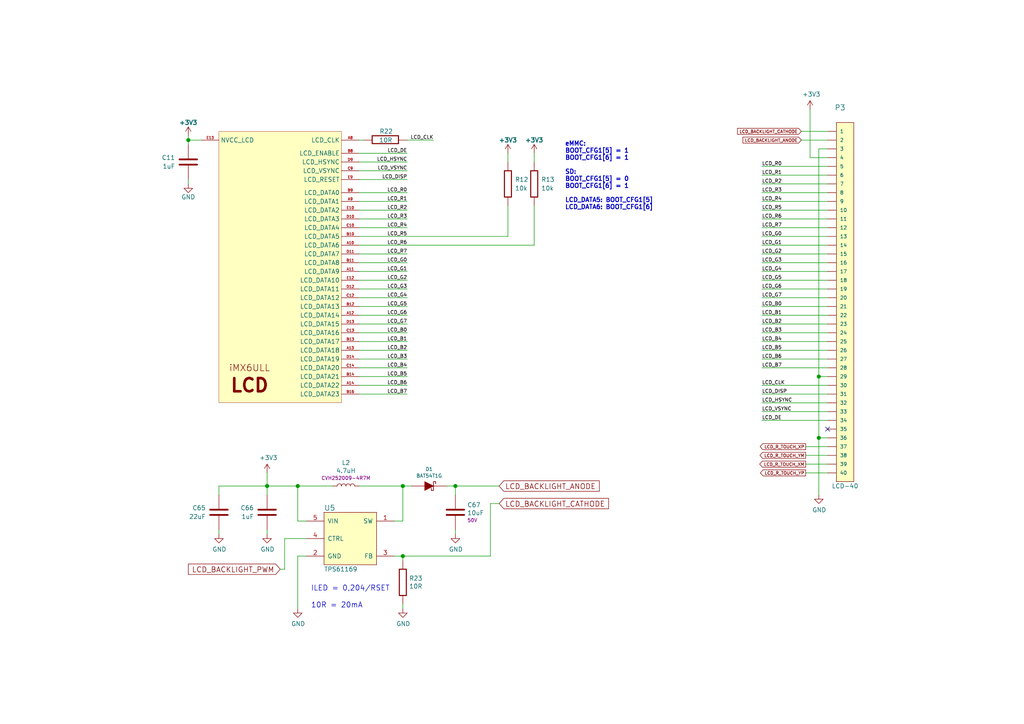
<source format=kicad_sch>
(kicad_sch (version 20210621) (generator eeschema)
  (paper "A4")
  (title_block (title "iMX6ULL Compute Module & Base Board") (date "2021-03-23") (rev "1.0") (company "AHSA Elektronik"))
  (lib_symbols
    (symbol "abdullah:+3.3V" (power) (pin_names (offset 0))
      (property "Value" "+3.3V" (at 0 3.81 0))
      (symbol "+3.3V_1_1"
        (pin power_in line (at 0 0 90) (length 0) hide (name "+3V3") (number "1"))
      )
    )
    (symbol "abdullah:C-vert" (pin_numbers hide) (pin_names (offset 0.254))
      (property "Reference" "C" (at 3.81 1.27 0))
      (property "Value" "C-vert" (at 3.81 -1.27 0))
      (symbol "C-vert_1_1"
        (pin passive line (at 0 5.08 270) (length 4.318) (name "~") (number "1"))
        (pin passive line (at 0 -5.08 90) (length 4.318) (name "~") (number "2"))
      )
    )
    (symbol "abdullah:C-vert_2" (pin_numbers hide) (pin_names (offset 0.254))
      (property "Reference" "C" (at 3.81 1.27 0))
      (property "Value" "C-vert" (at 3.81 -1.27 0))
      (symbol "C-vert_2_1_1"
        (pin passive line (at 0 5.08 270) (length 4.318) (name "~") (number "1"))
        (pin passive line (at 0 -5.08 90) (length 4.318) (name "~") (number "2"))
      )
    )
    (symbol "abdullah:CONNECTOR-40_1" (pin_numbers hide) (pin_names (offset 1.016))
      (property "Reference" "P" (at 0 52.07 0))
      (property "Value" "CONNECTOR-40" (at -2.54 31.75 90))
      (symbol "CONNECTOR-40_1_0_0"
        (pin bidirectional line (at 6.35 25.4 180) (length 2.54) (name "10") (number "10"))
        (pin bidirectional line (at 6.35 12.7 180) (length 2.54) (name "15") (number "15"))
        (pin bidirectional line (at 6.35 0 180) (length 2.54) (name "20") (number "20"))
        (pin bidirectional line (at 6.35 -12.7 180) (length 2.54) (name "25") (number "25"))
        (pin bidirectional line (at 6.35 -25.4 180) (length 2.54) (name "30") (number "30"))
        (pin bidirectional line (at 6.35 -38.1 180) (length 2.54) (name "35") (number "35"))
        (pin bidirectional line (at 6.35 -50.8 180) (length 2.54) (name "40") (number "40"))
        (pin bidirectional line (at 6.35 38.1 180) (length 2.54) (name "5") (number "5"))
      )
      (symbol "CONNECTOR-40_1_1_1"
        (pin bidirectional line (at 6.35 48.26 180) (length 2.54) (name "1") (number "1"))
        (pin bidirectional line (at 6.35 22.86 180) (length 2.54) (name "11") (number "11"))
        (pin bidirectional line (at 6.35 20.32 180) (length 2.54) (name "12") (number "12"))
        (pin bidirectional line (at 6.35 17.78 180) (length 2.54) (name "13") (number "13"))
        (pin bidirectional line (at 6.35 15.24 180) (length 2.54) (name "14") (number "14"))
        (pin bidirectional line (at 6.35 10.16 180) (length 2.54) (name "16") (number "16"))
        (pin bidirectional line (at 6.35 7.62 180) (length 2.54) (name "17") (number "17"))
        (pin bidirectional line (at 6.35 5.08 180) (length 2.54) (name "18") (number "18"))
        (pin bidirectional line (at 6.35 2.54 180) (length 2.54) (name "19") (number "19"))
        (pin bidirectional line (at 6.35 45.72 180) (length 2.54) (name "2") (number "2"))
        (pin bidirectional line (at 6.35 -2.54 180) (length 2.54) (name "21") (number "21"))
        (pin bidirectional line (at 6.35 -5.08 180) (length 2.54) (name "22") (number "22"))
        (pin bidirectional line (at 6.35 -7.62 180) (length 2.54) (name "23") (number "23"))
        (pin bidirectional line (at 6.35 -10.16 180) (length 2.54) (name "24") (number "24"))
        (pin bidirectional line (at 6.35 -15.24 180) (length 2.54) (name "26") (number "26"))
        (pin bidirectional line (at 6.35 -17.78 180) (length 2.54) (name "27") (number "27"))
        (pin bidirectional line (at 6.35 -20.32 180) (length 2.54) (name "28") (number "28"))
        (pin bidirectional line (at 6.35 -22.86 180) (length 2.54) (name "29") (number "29"))
        (pin bidirectional line (at 6.35 43.18 180) (length 2.54) (name "3") (number "3"))
        (pin bidirectional line (at 6.35 -27.94 180) (length 2.54) (name "31") (number "31"))
        (pin bidirectional line (at 6.35 -30.48 180) (length 2.54) (name "32") (number "32"))
        (pin bidirectional line (at 6.35 -33.02 180) (length 2.54) (name "33") (number "33"))
        (pin bidirectional line (at 6.35 -35.56 180) (length 2.54) (name "34") (number "34"))
        (pin bidirectional line (at 6.35 -40.64 180) (length 2.54) (name "36") (number "36"))
        (pin bidirectional line (at 6.35 -43.18 180) (length 2.54) (name "37") (number "37"))
        (pin bidirectional line (at 6.35 -45.72 180) (length 2.54) (name "38") (number "38"))
        (pin bidirectional line (at 6.35 -48.26 180) (length 2.54) (name "39") (number "39"))
        (pin bidirectional line (at 6.35 40.64 180) (length 2.54) (name "4") (number "4"))
        (pin bidirectional line (at 6.35 35.56 180) (length 2.54) (name "6") (number "6"))
        (pin bidirectional line (at 6.35 33.02 180) (length 2.54) (name "7") (number "7"))
        (pin bidirectional line (at 6.35 30.48 180) (length 2.54) (name "8") (number "8"))
        (pin bidirectional line (at 6.35 27.94 180) (length 2.54) (name "9") (number "9"))
      )
    )
    (symbol "abdullah:DIODE-SCHOTTKY" (pin_numbers hide) (pin_names (offset 1.016) hide)
      (property "Reference" "D" (at 2.54 1.27 0))
      (property "Value" "DIODE-SCHOTTKY" (at 2.54 -1.27 0))
      (symbol "DIODE-SCHOTTKY_1_1"
        (pin passive line (at 0 -5.08 90) (length 3.81) (name "A") (number "1"))
        (pin passive line (at 0 5.08 270) (length 3.81) (name "K") (number "2"))
      )
    )
    (symbol "abdullah:GND" (power) (pin_names (offset 0))
      (property "Value" "GND" (at 0 -3.81 0))
      (symbol "GND_1_1"
        (pin power_in line (at 0 0 270) (length 0) hide (name "GND") (number "1"))
      )
    )
    (symbol "abdullah:L" (pin_numbers hide) (pin_names (offset 1.016) hide)
      (property "Reference" "L" (at -1.27 0 90))
      (property "Value" "L" (at 1.905 0 90))
      (symbol "L_1_1"
        (pin passive line (at 0 -3.81 90) (length 1.27) (name "1") (number "1"))
        (pin passive line (at 0 3.81 270) (length 1.27) (name "2") (number "2"))
      )
    )
    (symbol "abdullah:R-hrz" (pin_numbers hide) (pin_names (offset 0))
      (property "Reference" "R" (at 0.254 2.54 0))
      (property "Value" "R-hrz" (at 0.127 -2.54 0))
      (symbol "R-hrz_1_1"
        (pin passive line (at -6.35 0 0) (length 2.54) (name "~") (number "1"))
        (pin passive line (at 6.35 0 180) (length 2.54) (name "~") (number "2"))
      )
    )
    (symbol "abdullah:R-vert" (pin_numbers hide) (pin_names (offset 0))
      (property "Reference" "R" (at 2.032 1.27 0))
      (property "Value" "R-vert" (at 2.032 -1.27 0))
      (symbol "R-vert_1_1"
        (pin passive line (at 0 6.35 270) (length 2.54) (name "~") (number "1"))
        (pin passive line (at 0 -6.35 90) (length 2.54) (name "~") (number "2"))
      )
    )
    (symbol "abdullah:R-vert_6" (pin_numbers hide) (pin_names (offset 0))
      (property "Reference" "R" (at 2.032 1.27 0))
      (property "Value" "R-vert" (at 2.032 -1.27 0))
      (symbol "R-vert_6_1_1"
        (pin passive line (at 0 6.35 270) (length 2.54) (name "~") (number "1"))
        (pin passive line (at 0 -6.35 90) (length 2.54) (name "~") (number "2"))
      )
    )
    (symbol "abdullah:TPS61169" (pin_names (offset 1.016))
      (property "Reference" "U" (at -7.62 8.89 0))
      (property "Value" "TPS61169" (at -7.62 -8.89 0))
      (symbol "TPS61169_1_1"
        (pin input line (at 12.7 5.08 180) (length 5.08) (name "SW") (number "1"))
        (pin input line (at -12.7 -5.08 0) (length 5.08) (name "GND") (number "2"))
        (pin input line (at 12.7 -5.08 180) (length 5.08) (name "FB") (number "3"))
        (pin input line (at -12.7 0 0) (length 5.08) (name "CTRL") (number "4"))
        (pin input line (at -12.7 5.08 0) (length 5.08) (name "VIN") (number "5"))
      )
    )
    (symbol "abdullah:iMX6ULL"
      (symbol "iMX6ULL_1_1"
        (text "iMX6ULL" (at 0 -52.07 0) (effects (font (size 3.81 3.81))))
        (text "POWER" (at 0 -60.96 0) (effects (font (size 5.08 5.08) bold)))
        (pin unspecified line (at -30.48 -12.7 0) (length 5.08) (name "VSS1") (number "A1"))
        (pin unspecified line (at -30.48 -15.24 0) (length 5.08) (name "VSS2") (number "A17"))
        (pin unspecified line (at -30.48 -22.86 0) (length 5.08) (name "VSS5") (number "C11"))
        (pin unspecified line (at -30.48 -25.4 0) (length 5.08) (name "VSS6") (number "C15"))
        (pin unspecified line (at -30.48 -17.78 0) (length 5.08) (name "VSS3") (number "C3"))
        (pin unspecified line (at -30.48 -20.32 0) (length 5.08) (name "VSS4") (number "C7"))
        (pin unspecified line (at -30.48 -30.48 0) (length 5.08) (name "VSS8") (number "E11"))
        (pin unspecified line (at -30.48 -27.94 0) (length 5.08) (name "VSS7") (number "E8"))
        (pin unspecified line (at -30.48 -43.18 0) (length 5.08) (name "VSS13") (number "F10"))
        (pin unspecified line (at -30.48 -45.72 0) (length 5.08) (name "VSS14") (number "F11"))
        (pin unspecified line (at -30.48 -48.26 0) (length 5.08) (name "VSS15") (number "F12"))
        (pin unspecified line (at -30.48 -33.02 0) (length 5.08) (name "VSS9") (number "F6"))
        (pin unspecified line (at -30.48 -35.56 0) (length 5.08) (name "VSS10") (number "F7"))
        (pin unspecified line (at -30.48 -38.1 0) (length 5.08) (name "VSS11") (number "F8"))
        (pin unspecified line (at -30.48 -40.64 0) (length 5.08) (name "VSS12") (number "F9"))
        (pin unspecified line (at 31.75 53.34 180) (length 5.08) (name "VDD_ARM_CAP_2") (number "G10"))
        (pin unspecified line (at 31.75 50.8 180) (length 5.08) (name "VDD_ARM_CAP_3") (number "G11"))
        (pin unspecified line (at -30.48 -58.42 0) (length 5.08) (name "VSS19") (number "G12"))
        (pin unspecified line (at -30.48 -60.96 0) (length 5.08) (name "VSS20") (number "G15"))
        (pin unspecified line (at -30.48 -50.8 0) (length 5.08) (name "VSS16") (number "G3"))
        (pin unspecified line (at -30.48 -53.34 0) (length 5.08) (name "VSS17") (number "G5"))
        (pin unspecified line (at -30.48 -55.88 0) (length 5.08) (name "VSS18") (number "G7"))
        (pin unspecified line (at 31.75 43.18 180) (length 5.08) (name "VDD_SOC_CAP1") (number "G8"))
        (pin unspecified line (at 31.75 55.88 180) (length 5.08) (name "VDD_ARM_CAP_1") (number "G9"))
        (pin unspecified line (at -30.48 40.64 0) (length 5.08) (name "VDD_SOC_IN2") (number "H10"))
        (pin unspecified line (at 31.75 48.26 180) (length 5.08) (name "VDD_ARM_CAP_4") (number "H11"))
        (pin unspecified line (at -30.48 -66.04 0) (length 5.08) (name "VSS22") (number "H12"))
        (pin unspecified line (at -30.48 -63.5 0) (length 5.08) (name "VSS21") (number "H7"))
        (pin unspecified line (at 31.75 40.64 180) (length 5.08) (name "VDD_SOC_CAP2") (number "H8"))
        (pin unspecified line (at -30.48 43.18 0) (length 5.08) (name "VDD_SOC_IN1") (number "H9"))
        (pin unspecified line (at -30.48 35.56 0) (length 5.08) (name "VDD_SOC_IN4") (number "J10"))
        (pin unspecified line (at 31.75 35.56 180) (length 5.08) (name "VDD_SOC_CAP4") (number "J11"))
        (pin unspecified line (at 31.75 -66.04 180) (length 5.08) (name "VSS25") (number "J12"))
        (pin unspecified line (at -30.48 -68.58 0) (length 5.08) (name "VSS23") (number "J5"))
        (pin unspecified line (at 31.75 -68.58 180) (length 5.08) (name "VSS24") (number "J7"))
        (pin unspecified line (at 31.75 38.1 180) (length 5.08) (name "VDD_SOC_CAP3") (number "J8"))
        (pin unspecified line (at -30.48 38.1 0) (length 5.08) (name "VDD_SOC_IN3") (number "J9"))
        (pin unspecified line (at -30.48 30.48 0) (length 5.08) (name "VDD_SOC_IN6") (number "K10"))
        (pin unspecified line (at 31.75 30.48 180) (length 5.08) (name "VDD_SOC_CAP6") (number "K11"))
        (pin unspecified line (at 31.75 -60.96 180) (length 5.08) (name "VSS27") (number "K12"))
        (pin unspecified line (at 31.75 -63.5 180) (length 5.08) (name "VSS26") (number "K7"))
        (pin unspecified line (at 31.75 33.02 180) (length 5.08) (name "VDD_SOC_CAP5") (number "K8"))
        (pin unspecified line (at -30.48 33.02 0) (length 5.08) (name "VDD_SOC_IN5") (number "K9"))
        (pin unspecified line (at 31.75 22.86 180) (length 5.08) (name "VDD_SOC_CAP9") (number "L10"))
        (pin unspecified line (at 31.75 20.32 180) (length 5.08) (name "VDD_SOC_CAP10") (number "L11"))
        (pin unspecified line (at 31.75 -53.34 180) (length 5.08) (name "VSS30") (number "L12"))
        (pin unspecified line (at 31.75 -58.42 180) (length 5.08) (name "VSS28") (number "L3"))
        (pin unspecified line (at 31.75 -55.88 180) (length 5.08) (name "VSS29") (number "L7"))
        (pin unspecified line (at 31.75 27.94 180) (length 5.08) (name "VDD_SOC_CAP7") (number "L8"))
        (pin unspecified line (at 31.75 25.4 180) (length 5.08) (name "VDD_SOC_CAP8") (number "L9"))
        (pin unspecified line (at 31.75 -43.18 180) (length 5.08) (name "VSS34") (number "M10"))
        (pin unspecified line (at 31.75 -40.64 180) (length 5.08) (name "VSS35") (number "M11"))
        (pin unspecified line (at -30.48 -10.16 0) (length 5.08) (name "NGND_KEL0") (number "M12"))
        (pin unspecified line (at 31.75 -50.8 180) (length 5.08) (name "VSS31") (number "M7"))
        (pin unspecified line (at 31.75 -48.26 180) (length 5.08) (name "VSS32") (number "M8"))
        (pin unspecified line (at 31.75 -45.72 180) (length 5.08) (name "VSS33") (number "M9"))
        (pin unspecified line (at 31.75 -1.27 180) (length 5.08) (name "VDD_SNVS_CAP") (number "N12"))
        (pin unspecified line (at -30.48 13.97 0) (length 5.08) (name "VDD_HIGH_IN") (number "N13"))
        (pin unspecified line (at 31.75 -38.1 180) (length 5.08) (name "VSS36") (number "N3"))
        (pin unspecified line (at 31.75 -35.56 180) (length 5.08) (name "VSS37") (number "N5"))
        (pin unspecified line (at -30.48 3.81 0) (length 5.08) (name "VDD_SNVS_IN") (number "P12"))
        (pin unspecified line (at 31.75 3.81 180) (length 5.08) (name "NVCC_PLL") (number "P13"))
        (pin unspecified line (at 31.75 -25.4 180) (length 5.08) (name "VSS41") (number "R11"))
        (pin unspecified line (at 31.75 13.97 180) (length 5.08) (name "VDD_HIGH_CAP1") (number "R14"))
        (pin unspecified line (at 31.75 11.43 180) (length 5.08) (name "VDD_HIGH_CAP2") (number "R15"))
        (pin unspecified line (at 31.75 -22.86 180) (length 5.08) (name "VSS42") (number "R16"))
        (pin unspecified line (at 31.75 -20.32 180) (length 5.08) (name "VSS43") (number "R17"))
        (pin unspecified line (at 31.75 -33.02 180) (length 5.08) (name "VSS38") (number "R3"))
        (pin unspecified line (at 31.75 -30.48 180) (length 5.08) (name "VSS39") (number "R5"))
        (pin unspecified line (at 31.75 -27.94 180) (length 5.08) (name "VSS40") (number "R7"))
        (pin unspecified line (at 31.75 -17.78 180) (length 5.08) (name "VSS44") (number "T14"))
        (pin unspecified line (at 31.75 -15.24 180) (length 5.08) (name "VSS45") (number "U1"))
        (pin unspecified line (at 31.75 -12.7 180) (length 5.08) (name "VSS46") (number "U14"))
        (pin unspecified line (at 31.75 -10.16 180) (length 5.08) (name "VSS47") (number "U17"))
      )
      (symbol "iMX6ULL_2_1"
        (text "DRAM" (at 1.27 33.02 0) (effects (font (size 5.08 5.08) bold)))
        (text "iMX6ULL" (at 1.27 41.91 0) (effects (font (size 3.81 3.81))))
        (pin unspecified line (at 35.56 -17.78 180) (length 5.08) (name "DRAM_ODT1") (number "F1"))
        (pin unspecified line (at -34.29 10.16 0) (length 5.08) (name "DRAM_ADDR14") (number "G1"))
        (pin unspecified line (at -34.29 30.48 0) (length 5.08) (name "DRAM_ADDR6") (number "G2"))
        (pin unspecified line (at -34.29 -39.37 0) (length 5.08) (name "DRAM_RESET") (number "G4"))
        (pin unspecified line (at 35.56 -39.37 180) (length 5.08) (name "NVCC_DRAM1") (number "G6"))
        (pin unspecified line (at -34.29 -5.08 0) (length 5.08) (name "DRAM_SDBA1") (number "H1"))
        (pin unspecified line (at -34.29 43.18 0) (length 5.08) (name "DRAM_ADDR1") (number "H2"))
        (pin unspecified line (at -34.29 12.7 0) (length 5.08) (name "DRAM_ADDR13") (number "H3"))
        (pin unspecified line (at -34.29 27.94 0) (length 5.08) (name "DRAM_ADDR7") (number "H4"))
        (pin unspecified line (at -34.29 -16.51 0) (length 5.08) (name "~{DRAM_CS1}") (number "H5"))
        (pin unspecified line (at 35.56 -41.91 180) (length 5.08) (name "NVCC_DRAM2") (number "H6"))
        (pin unspecified line (at -34.29 -26.67 0) (length 5.08) (name "~{DRAM_SDWE}") (number "J1"))
        (pin unspecified line (at -34.29 -24.13 0) (length 5.08) (name "~{DRAM_CAS}") (number "J2"))
        (pin unspecified line (at 35.56 -27.94 180) (length 5.08) (name "DRAM_SDCKE1") (number "J3"))
        (pin unspecified line (at -34.29 25.4 0) (length 5.08) (name "DRAM_ADDR8") (number "J4"))
        (pin unspecified line (at 35.56 -44.45 180) (length 5.08) (name "NVCC_DRAM3") (number "J6"))
        (pin unspecified line (at -34.29 40.64 0) (length 5.08) (name "DRAM_ADDR2") (number "K1"))
        (pin unspecified line (at -34.29 -7.62 0) (length 5.08) (name "DRAM_SDBA2") (number "K2"))
        (pin unspecified line (at -34.29 17.78 0) (length 5.08) (name "DRAM_ADDR11") (number "K3"))
        (pin unspecified line (at -34.29 35.56 0) (length 5.08) (name "DRAM_ADDR4") (number "K4"))
        (pin unspecified line (at -34.29 7.62 0) (length 5.08) (name "DRAM_ADDR15") (number "K5"))
        (pin unspecified line (at 35.56 -46.99 180) (length 5.08) (name "NVCC_DRAM4") (number "K6"))
        (pin unspecified line (at -34.29 33.02 0) (length 5.08) (name "DRAM_ADDR5") (number "L1"))
        (pin unspecified line (at -34.29 22.86 0) (length 5.08) (name "DRAM_ADDR9") (number "L2"))
        (pin unspecified line (at -34.29 15.24 0) (length 5.08) (name "DRAM_ADDR12") (number "L4"))
        (pin unspecified line (at -34.29 45.72 0) (length 5.08) (name "DRAM_ADDR0") (number "L5"))
        (pin unspecified line (at 35.56 -49.53 180) (length 5.08) (name "NVCC_DRAM5") (number "L6"))
        (pin unspecified line (at -34.29 -2.54 0) (length 5.08) (name "DRAM_SDBA0") (number "M1"))
        (pin unspecified line (at -34.29 38.1 0) (length 5.08) (name "DRAM_ADDR3") (number "M2"))
        (pin unspecified line (at 35.56 -30.48 180) (length 5.08) (name "DRAM_SDCKE0") (number "M3"))
        (pin unspecified line (at -34.29 20.32 0) (length 5.08) (name "DRAM_ADDR10") (number "M4"))
        (pin unspecified line (at -34.29 -21.59 0) (length 5.08) (name "~{DRAM_RAS}") (number "M5"))
        (pin unspecified line (at 35.56 -52.07 180) (length 5.08) (name "NVCC_DRAM6") (number "M6"))
        (pin unspecified line (at 35.56 -20.32 180) (length 5.08) (name "DRAM_ODT0") (number "N1"))
        (pin unspecified line (at -34.29 -13.97 0) (length 5.08) (name "~{DRAM_CS0}") (number "N2"))
        (pin unspecified line (at -34.29 -44.45 0) (length 5.08) (name "DRAM_ZQPAD") (number "N4"))
        (pin unspecified line (at -34.29 -48.26 0) (length 5.08) (name "NVCC_DRAM_2P5") (number "N6"))
        (pin unspecified line (at -34.29 -31.75 0) (length 5.08) (name "DRAM_SDCLK0_P") (number "P1"))
        (pin unspecified line (at -34.29 -34.29 0) (length 5.08) (name "DRAM_SDCLK0_N") (number "P2"))
        (pin unspecified line (at 35.56 2.54 180) (length 5.08) (name "DRAM_DATA13") (number "P3"))
        (pin unspecified line (at -34.29 -52.07 0) (length 5.08) (name "DRAM_VREF") (number "P4"))
        (pin unspecified line (at 35.56 5.08 180) (length 5.08) (name "DRAM_DATA12") (number "P5"))
        (pin unspecified line (at 35.56 25.4 180) (length 5.08) (name "DRAM_SDQS0_P") (number "P6"))
        (pin unspecified line (at 35.56 22.86 180) (length 5.08) (name "DRAM_SDQS0_N") (number "P7"))
        (pin unspecified line (at 35.56 -2.54 180) (length 5.08) (name "DRAM_DATA15") (number "R1"))
        (pin unspecified line (at 35.56 0 180) (length 5.08) (name "DRAM_DATA14") (number "R2"))
        (pin unspecified line (at 35.56 7.62 180) (length 5.08) (name "DRAM_DATA11") (number "R4"))
        (pin unspecified line (at 35.56 -5.08 180) (length 5.08) (name "DRAM_SDQS1_P") (number "T1"))
        (pin unspecified line (at 35.56 -7.62 180) (length 5.08) (name "DRAM_SDQS1_N") (number "T2"))
        (pin unspecified line (at 35.56 -10.16 180) (length 5.08) (name "DRAM_DQM1") (number "T3"))
        (pin unspecified line (at 35.56 45.72 180) (length 5.08) (name "DRAM_DATA0") (number "T4"))
        (pin unspecified line (at 35.56 30.48 180) (length 5.08) (name "DRAM_DATA6") (number "T5"))
        (pin unspecified line (at 35.56 40.64 180) (length 5.08) (name "DRAM_DATA2") (number "T6"))
        (pin unspecified line (at 35.56 20.32 180) (length 5.08) (name "DRAM_DQM0") (number "T7"))
        (pin unspecified line (at 35.56 33.02 180) (length 5.08) (name "DRAM_DATA5") (number "T8"))
        (pin unspecified line (at 35.56 15.24 180) (length 5.08) (name "DRAM_DATA8") (number "U2"))
        (pin unspecified line (at 35.56 12.7 180) (length 5.08) (name "DRAM_DATA9") (number "U3"))
        (pin unspecified line (at 35.56 27.94 180) (length 5.08) (name "DRAM_DATA7") (number "U4"))
        (pin unspecified line (at 35.56 10.16 180) (length 5.08) (name "DRAM_DATA10") (number "U5"))
        (pin unspecified line (at 35.56 43.18 180) (length 5.08) (name "DRAM_DATA1") (number "U6"))
        (pin unspecified line (at 35.56 38.1 180) (length 5.08) (name "DRAM_DATA3") (number "U7"))
        (pin unspecified line (at 35.56 35.56 180) (length 5.08) (name "DRAM_DATA4") (number "U8"))
      )
      (symbol "iMX6ULL_3_1"
        (text "iMX6ULL" (at -6.35 -19.05 0) (effects (font (size 1.905 1.905))))
        (text "NAND" (at -6.35 -22.86 0) (effects (font (size 2.54 2.54) bold)))
        (pin unspecified line (at 20.32 0 180) (length 5.08) (name "~{NAND_READY}") (number "A3"))
        (pin unspecified line (at 20.32 10.16 180) (length 5.08) (name "NAND_CLE") (number "A4"))
        (pin unspecified line (at 20.32 -25.4 180) (length 5.08) (name "NAND_DATA7") (number "A5"))
        (pin unspecified line (at 20.32 -22.86 180) (length 5.08) (name "NAND_DATA6") (number "A6"))
        (pin unspecified line (at 20.32 -12.7 180) (length 5.08) (name "NAND_DATA2") (number "A7"))
        (pin unspecified line (at 20.32 12.7 180) (length 5.08) (name "NAND_ALE") (number "B4"))
        (pin unspecified line (at 20.32 17.78 180) (length 5.08) (name "~{NAND_CE1}") (number "B5"))
        (pin unspecified line (at 20.32 -20.32 180) (length 5.08) (name "NAND_DATA5") (number "B6"))
        (pin unspecified line (at 20.32 -10.16 180) (length 5.08) (name "NAND_DATA1") (number "B7"))
        (pin unspecified line (at 20.32 20.32 180) (length 5.08) (name "~{NAND_CE0}") (number "C5"))
        (pin unspecified line (at 20.32 -17.78 180) (length 5.08) (name "NAND_DATA4") (number "C6"))
        (pin unspecified line (at 20.32 5.08 180) (length 5.08) (name "~{NAND_WE}") (number "C8"))
        (pin unspecified line (at 20.32 2.54 180) (length 5.08) (name "~{NAND_WP}") (number "D5"))
        (pin unspecified line (at 20.32 -15.24 180) (length 5.08) (name "NAND_DATA3") (number "D6"))
        (pin unspecified line (at 20.32 -7.62 180) (length 5.08) (name "NAND_DATA0") (number "D7"))
        (pin unspecified line (at 20.32 7.62 180) (length 5.08) (name "~{NAND_RE}") (number "D8"))
        (pin unspecified line (at 20.32 -2.54 180) (length 5.08) (name "NAND_DQS") (number "E6"))
        (pin unspecified line (at -19.05 20.32 0) (length 5.08) (name "NVCC_NAND") (number "E7"))
      )
      (symbol "iMX6ULL_4_1"
        (text "CSI" (at -6.35 -16.51 0) (effects (font (size 2.54 2.54) bold)))
        (text "iMX6ULL" (at -6.35 -12.7 0) (effects (font (size 1.651 1.651))))
        (pin unspecified line (at 16.51 -17.78 180) (length 5.08) (name "CSI_DATA7") (number "D1"))
        (pin unspecified line (at 16.51 -15.24 180) (length 5.08) (name "CSI_DATA6") (number "D2"))
        (pin unspecified line (at 16.51 -12.7 180) (length 5.08) (name "CSI_DATA5") (number "D3"))
        (pin unspecified line (at 16.51 -10.16 180) (length 5.08) (name "CSI_DATA4") (number "D4"))
        (pin unspecified line (at 16.51 -7.62 180) (length 5.08) (name "CSI_DATA3") (number "E1"))
        (pin unspecified line (at 16.51 -5.08 180) (length 5.08) (name "CSI_DATA2") (number "E2"))
        (pin unspecified line (at 16.51 -2.54 180) (length 5.08) (name "CSI_DATA1") (number "E3"))
        (pin unspecified line (at 16.51 0 180) (length 5.08) (name "CSI_DATA0") (number "E4"))
        (pin unspecified line (at 16.51 12.7 180) (length 5.08) (name "CSI_PIXCLK") (number "E5"))
        (pin unspecified line (at 16.51 7.62 180) (length 5.08) (name "CSI_VSYNC") (number "F2"))
        (pin unspecified line (at 16.51 5.08 180) (length 5.08) (name "CSI_HSYNC") (number "F3"))
        (pin unspecified line (at -17.78 15.24 0) (length 5.08) (name "NVCC_CSI") (number "F4"))
        (pin unspecified line (at 16.51 15.24 180) (length 5.08) (name "CSI_MCLK") (number "F5"))
      )
      (symbol "iMX6ULL_5_1"
        (text "GPIO" (at -5.08 -10.16 0) (effects (font (size 2.54 2.54) bold)))
        (text "iMX6ULL" (at -5.08 -6.35 0) (effects (font (size 1.651 1.651))))
        (pin unspecified line (at -19.05 10.16 0) (length 5.08) (name "NVCC_GPIO") (number "J13"))
        (pin unspecified line (at 20.32 10.16 180) (length 5.08) (name "GPIO1_IO0") (number "K13"))
        (pin unspecified line (at 20.32 -5.08 180) (length 5.08) (name "GPIO1_IO6") (number "K17"))
        (pin unspecified line (at 20.32 5.08 180) (length 5.08) (name "GPIO1_IO2") (number "L14"))
        (pin unspecified line (at 20.32 7.62 180) (length 5.08) (name "GPIO1_IO1") (number "L15"))
        (pin unspecified line (at 20.32 -7.62 180) (length 5.08) (name "GPIO1_IO7") (number "L16"))
        (pin unspecified line (at 20.32 2.54 180) (length 5.08) (name "GPIO1_IO3") (number "L17"))
        (pin unspecified line (at 20.32 -12.7 180) (length 5.08) (name "GPIO1_IO9") (number "M15"))
        (pin unspecified line (at 20.32 0 180) (length 5.08) (name "GPIO1_IO4") (number "M16"))
        (pin unspecified line (at 20.32 -2.54 180) (length 5.08) (name "GPIO1_IO5") (number "M17"))
        (pin unspecified line (at 20.32 -10.16 180) (length 5.08) (name "GPIO1_IO8") (number "N17"))
      )
      (symbol "iMX6ULL_6_1"
        (text "ETHERNET" (at -7.62 -21.59 0) (effects (font (size 2.54 2.54) bold)))
        (text "iMX6ULL" (at -7.62 -17.78 0) (effects (font (size 1.651 1.651))))
        (pin unspecified line (at 26.67 -5.08 180) (length 5.08) (name "ENET2_TX_DATA0") (number "A15"))
        (pin unspecified line (at 26.67 -7.62 180) (length 5.08) (name "ENET2_TX_DATA1") (number "A16"))
        (pin unspecified line (at 26.67 -10.16 180) (length 5.08) (name "ENET2_TX_EN") (number "B15"))
        (pin unspecified line (at 26.67 -22.86 180) (length 5.08) (name "ENET2_RX_EN") (number "B17"))
        (pin unspecified line (at 26.67 -17.78 180) (length 5.08) (name "ENET2_RX_DATA1") (number "C16"))
        (pin unspecified line (at 26.67 -15.24 180) (length 5.08) (name "ENET2_RX_DATA0") (number "C17"))
        (pin unspecified line (at 26.67 2.54 180) (length 5.08) (name "ENET1_RX_ER") (number "D15"))
        (pin unspecified line (at 26.67 -20.32 180) (length 5.08) (name "ENET2_RX_ER") (number "D16"))
        (pin unspecified line (at 26.67 -12.7 180) (length 5.08) (name "ENET2_TX_CLK") (number "D17"))
        (pin unspecified line (at 26.67 15.24 180) (length 5.08) (name "ENET1_TX_DATA1") (number "E14"))
        (pin unspecified line (at 26.67 17.78 180) (length 5.08) (name "ENET1_TX_DATA0") (number "E15"))
        (pin unspecified line (at 26.67 0 180) (length 5.08) (name "ENET1_RX_EN") (number "E16"))
        (pin unspecified line (at 26.67 5.08 180) (length 5.08) (name "ENET1_RX_DATA1") (number "E17"))
        (pin unspecified line (at -24.13 17.78 0) (length 5.08) (name "NVCC_ENET") (number "F13"))
        (pin unspecified line (at 26.67 10.16 180) (length 5.08) (name "ENET1_TX_CLK") (number "F14"))
        (pin unspecified line (at 26.67 12.7 180) (length 5.08) (name "ENET1_TX_EN") (number "F15"))
        (pin unspecified line (at 26.67 7.62 180) (length 5.08) (name "ENET1_RX_DATA0") (number "F16"))
      )
      (symbol "iMX6ULL_7_1"
        (text "iMX6ULL" (at -3.81 -66.04 0) (effects (font (size 1.905 1.905))))
        (text "LCD" (at -3.81 -71.12 0) (effects (font (size 3.81 3.81) bold)))
        (pin unspecified line (at 27.94 -30.48 180) (length 5.08) (name "LCD_DATA6") (number "A10"))
        (pin unspecified line (at 27.94 -38.1 180) (length 5.08) (name "LCD_DATA9") (number "A11"))
        (pin unspecified line (at 27.94 -50.8 180) (length 5.08) (name "LCD_DATA14") (number "A12"))
        (pin unspecified line (at 27.94 -60.96 180) (length 5.08) (name "LCD_DATA18") (number "A13"))
        (pin unspecified line (at 27.94 -71.12 180) (length 5.08) (name "LCD_DATA22") (number "A14"))
        (pin unspecified line (at 27.94 0 180) (length 5.08) (name "LCD_CLK") (number "A8"))
        (pin unspecified line (at 27.94 -17.78 180) (length 5.08) (name "LCD_DATA1") (number "A9"))
        (pin unspecified line (at 27.94 -27.94 180) (length 5.08) (name "LCD_DATA5") (number "B10"))
        (pin unspecified line (at 27.94 -35.56 180) (length 5.08) (name "LCD_DATA8") (number "B11"))
        (pin unspecified line (at 27.94 -48.26 180) (length 5.08) (name "LCD_DATA13") (number "B12"))
        (pin unspecified line (at 27.94 -58.42 180) (length 5.08) (name "LCD_DATA17") (number "B13"))
        (pin unspecified line (at 27.94 -68.58 180) (length 5.08) (name "LCD_DATA21") (number "B14"))
        (pin unspecified line (at 27.94 -73.66 180) (length 5.08) (name "LCD_DATA23") (number "B16"))
        (pin unspecified line (at 27.94 -3.81 180) (length 5.08) (name "LCD_ENABLE") (number "B8"))
        (pin unspecified line (at 27.94 -15.24 180) (length 5.08) (name "LCD_DATA0") (number "B9"))
        (pin unspecified line (at 27.94 -25.4 180) (length 5.08) (name "LCD_DATA4") (number "C10"))
        (pin unspecified line (at 27.94 -45.72 180) (length 5.08) (name "LCD_DATA12") (number "C12"))
        (pin unspecified line (at 27.94 -55.88 180) (length 5.08) (name "LCD_DATA16") (number "C13"))
        (pin unspecified line (at 27.94 -66.04 180) (length 5.08) (name "LCD_DATA20") (number "C14"))
        (pin unspecified line (at 27.94 -8.89 180) (length 5.08) (name "LCD_VSYNC") (number "C9"))
        (pin unspecified line (at 27.94 -22.86 180) (length 5.08) (name "LCD_DATA3") (number "D10"))
        (pin unspecified line (at 27.94 -33.02 180) (length 5.08) (name "LCD_DATA7") (number "D11"))
        (pin unspecified line (at 27.94 -43.18 180) (length 5.08) (name "LCD_DATA11") (number "D12"))
        (pin unspecified line (at 27.94 -53.34 180) (length 5.08) (name "LCD_DATA15") (number "D13"))
        (pin unspecified line (at 27.94 -63.5 180) (length 5.08) (name "LCD_DATA19") (number "D14"))
        (pin unspecified line (at 27.94 -6.35 180) (length 5.08) (name "LCD_HSYNC") (number "D9"))
        (pin unspecified line (at 27.94 -20.32 180) (length 5.08) (name "LCD_DATA2") (number "E10"))
        (pin unspecified line (at 27.94 -40.64 180) (length 5.08) (name "LCD_DATA10") (number "E12"))
        (pin unspecified line (at -17.78 0 0) (length 5.08) (name "NVCC_LCD") (number "E13"))
        (pin unspecified line (at 27.94 -11.43 180) (length 5.08) (name "LCD_RESET") (number "E9"))
      )
      (symbol "iMX6ULL_8_1"
        (text "iMX6ULL" (at -13.97 -5.08 0) (effects (font (size 1.016 1.016) bold)))
        (text "USB" (at -13.97 -7.62 0) (effects (font (size 1.905 1.905) bold)))
        (pin unspecified line (at 24.13 0 180) (length 5.08) (name "VDD_USB_CAP") (number "R12"))
        (pin unspecified line (at -24.13 10.16 0) (length 5.08) (name "USB_OTG1_VBUS") (number "T12"))
        (pin unspecified line (at 24.13 -5.08 180) (length 5.08) (name "USB_OTG2_DN") (number "T13"))
        (pin unspecified line (at 24.13 10.16 180) (length 5.08) (name "USB_OTG1_DN") (number "T15"))
        (pin unspecified line (at -24.13 0 0) (length 5.08) (name "USB_OTG2_VBUS") (number "U12"))
        (pin unspecified line (at 24.13 -7.62 180) (length 5.08) (name "USB_OTG2_DP") (number "U13"))
        (pin unspecified line (at 24.13 7.62 180) (length 5.08) (name "USB_OTG1_DP") (number "U15"))
        (pin unspecified line (at 24.13 5.08 180) (length 5.08) (name "~{USB_OTG1_CHD}") (number "U16"))
      )
      (symbol "iMX6ULL_9_1"
        (text "iMX6ULL" (at -7.62 -2.54 0) (effects (font (size 1.651 1.651))))
        (text "SD1" (at -7.62 -6.35 0) (effects (font (size 2.54 2.54) bold)))
        (pin unspecified line (at 19.05 -7.62 180) (length 5.08) (name "SD1_DATA3") (number "A2"))
        (pin unspecified line (at 19.05 -5.08 180) (length 5.08) (name "SD1_DATA2") (number "B1"))
        (pin unspecified line (at 19.05 -2.54 180) (length 5.08) (name "SD1_DATA1") (number "B2"))
        (pin unspecified line (at 19.05 0 180) (length 5.08) (name "SD1_DATA0") (number "B3"))
        (pin unspecified line (at 19.05 6.35 180) (length 5.08) (name "SD1_CLK") (number "C1"))
        (pin unspecified line (at 19.05 3.81 180) (length 5.08) (name "SD1_CMD") (number "C2"))
        (pin unspecified line (at -19.05 6.35 0) (length 5.08) (name "NVCC_SD1") (number "C4"))
      )
      (symbol "iMX6ULL_10_1"
        (text "ADC" (at -19.05 -10.16 0) (effects (font (size 1.905 1.905) bold)))
        (text "iMX6ULL" (at -19.05 -7.62 0) (effects (font (size 1.016 1.016) bold)))
        (pin unspecified line (at 5.08 0 180) (length 5.08) (name "VDDA_ADC_3P3") (number "L13"))
        (pin unspecified line (at 5.08 -6.35 180) (length 5.08) (name "ADC_VREFH") (number "M13"))
      )
      (symbol "iMX6ULL_11_1"
        (text "CONTROL" (at 16.51 -48.26 0) (effects (font (size 1.905 1.905) bold)))
        (text "iMX6ULL" (at 16.51 -45.72 0) (effects (font (size 1.016 1.016) bold)))
        (text "NVCC_GPIO" (at 5.08 35.56 900) (effects (font (size 1.27 1.27))))
        (text "NVCC_PLL" (at -5.08 -11.43 900) (effects (font (size 1.27 1.27))))
        (text "NVCC_UART" (at 5.08 -13.97 900) (effects (font (size 1.27 1.27))))
        (text "VDD_SNVS_CAP" (at -5.08 -25.4 900) (effects (font (size 1.27 1.27))))
        (text "VDD_SNVS_IN" (at -5.08 22.86 900) (effects (font (size 1.27 1.27))))
        (text "VDDHIGH_CAP" (at 5.08 20.32 900) (effects (font (size 1.27 1.27))))
        (text "VDDHIGH_IN" (at -5.08 -40.64 900) (effects (font (size 1.27 1.27))))
        (pin input line (at 29.21 -35.56 180) (length 5.08) (name "UART5_TX_DATA") (number "F17"))
        (pin input line (at 29.21 -38.1 180) (length 5.08) (name "UART5_RX_DATA") (number "G13"))
        (pin input line (at 29.21 -22.86 180) (length 5.08) (name "~{UART3_RTS}") (number "G14"))
        (pin input line (at 29.21 -31.75 180) (length 5.08) (name "UART4_RX_DATA") (number "G16"))
        (pin input line (at 29.21 -29.21 180) (length 5.08) (name "UART4_TX_DATA") (number "G17"))
        (pin input line (at 29.21 8.89 180) (length 5.08) (name "NVCC_UART") (number "H13"))
        (pin input line (at 29.21 -11.43 180) (length 5.08) (name "~{UART2_RTS}") (number "H14"))
        (pin input line (at 29.21 -25.4 180) (length 5.08) (name "~{UART3_CTS}") (number "H15"))
        (pin input line (at 29.21 -20.32 180) (length 5.08) (name "UART3_RX_DATA") (number "H16"))
        (pin input line (at 29.21 -17.78 180) (length 5.08) (name "UART3_TX_DATA") (number "H17"))
        (pin input line (at 29.21 0 180) (length 5.08) (name "~{UART1_RTS}") (number "J14"))
        (pin input line (at 29.21 -13.97 180) (length 5.08) (name "~{UART2_CTS}") (number "J15"))
        (pin input line (at 29.21 -8.89 180) (length 5.08) (name "UART2_RX_DATA") (number "J16"))
        (pin input line (at 29.21 -6.35 180) (length 5.08) (name "UART2_TX_DATA") (number "J17"))
        (pin input line (at 29.21 5.08 180) (length 5.08) (name "UART1_TX_DATA") (number "K14"))
        (pin input line (at 29.21 -2.54 180) (length 5.08) (name "~{UART1_CTS}") (number "K15"))
        (pin input line (at 29.21 2.54 180) (length 5.08) (name "UART1_RX_DATA") (number "K16"))
        (pin input line (at 29.21 41.91 180) (length 5.08) (name "JTAG_TCK") (number "M14"))
        (pin input line (at -33.02 8.89 0) (length 5.08) (name "SNVS_TAMPER7") (number "N10"))
        (pin input line (at -33.02 11.43 0) (length 5.08) (name "SNVS_TAMPER6") (number "N11"))
        (pin input line (at 29.21 31.75 180) (length 5.08) (name "~{JTAG_TRST}") (number "N14"))
        (pin input line (at 29.21 34.29 180) (length 5.08) (name "JTAG_TDO") (number "N15"))
        (pin input line (at 29.21 36.83 180) (length 5.08) (name "JTAG_TDI") (number "N16"))
        (pin input line (at -33.02 30.48 0) (length 5.08) (name "TEST_MODE") (number "N7"))
        (pin input line (at -33.02 13.97 0) (length 5.08) (name "SNVS_TAMPER5") (number "N8"))
        (pin input line (at -33.02 6.35 0) (length 5.08) (name "SNVS_TAMPER8") (number "N9"))
        (pin input line (at -33.02 19.05 0) (length 5.08) (name "SNVS_TAMPER3") (number "P10"))
        (pin input line (at -33.02 21.59 0) (length 5.08) (name "SNVS_TAMPER2") (number "P11"))
        (pin input line (at 29.21 39.37 180) (length 5.08) (name "JTAG_TMS") (number "P14"))
        (pin input line (at 29.21 29.21 180) (length 5.08) (name "JTAG_MOD") (number "P15"))
        (pin input line (at 29.21 21.59 180) (length 5.08) (name "CCM_CLK1_N") (number "P16"))
        (pin input line (at 29.21 19.05 180) (length 5.08) (name "CCM_CLK1_P") (number "P17"))
        (pin input line (at -33.02 39.37 0) (length 5.08) (name "~{POR}") (number "P8"))
        (pin input line (at -33.02 16.51 0) (length 5.08) (name "SNVS_TAMPER4") (number "P9"))
        (pin input line (at -33.02 26.67 0) (length 5.08) (name "SNVS_TAMPER0") (number "R10"))
        (pin input line (at -33.02 -39.37 0) (length 5.08) (name "GPANAIO") (number "R13"))
        (pin input line (at -33.02 3.81 0) (length 5.08) (name "SNVS_TAMPER9") (number "R6"))
        (pin input line (at -33.02 41.91 0) (length 5.08) (name "ONOFF") (number "R8"))
        (pin input line (at -33.02 24.13 0) (length 5.08) (name "SNVS_TAMPER1") (number "R9"))
        (pin input line (at -33.02 35.56 0) (length 5.08) (name "BOOT_MODE0") (number "T10"))
        (pin input line (at -33.02 -24.13 0) (length 5.08) (name "RTC_XTALI") (number "T11"))
        (pin input line (at -33.02 -10.16 0) (length 5.08) (name "XTALI") (number "T16"))
        (pin input line (at -33.02 -12.7 0) (length 5.08) (name "XTALO") (number "T17"))
        (pin input line (at -33.02 -2.54 0) (length 5.08) (name "SNVS_PMIC_ON_REQ") (number "T9"))
        (pin input line (at -33.02 33.02 0) (length 5.08) (name "BOOT_MODE1") (number "U10"))
        (pin input line (at -33.02 -26.67 0) (length 5.08) (name "RTC_XTALO") (number "U11"))
        (pin input line (at -33.02 0 0) (length 5.08) (name "CCM_PMIC_STBY_REQ") (number "U9"))
      )
    )
    (symbol "power:+3.3V" (power) (pin_names (offset 0))
      (property "Value" "power_+3.3V" (at 0 3.556 0))
      (symbol "+3.3V_1_1"
        (pin power_in line (at 0 0 90) (length 0) hide (name "+3V3") (number "1"))
      )
    )
    (symbol "power:GND" (power) (pin_names (offset 0))
      (property "Value" "power_GND" (at 0 -3.81 0))
      (symbol "GND_1_1"
        (pin power_in line (at 0 0 270) (length 0) hide (name "GND") (number "1"))
      )
    )
  )
  (junction (at 54.61 40.64) (diameter 1.016))
  (junction (at 77.47 140.97) (diameter 1.016))
  (junction (at 86.36 140.97) (diameter 1.016))
  (junction (at 116.84 140.97) (diameter 1.016))
  (junction (at 116.84 161.29) (diameter 1.016))
  (junction (at 132.08 140.97) (diameter 1.016))
  (junction (at 237.49 109.22) (diameter 1.016))
  (junction (at 237.49 127) (diameter 1.016))
  (no_connect (at 240.03 124.46))
  (wire (pts (xy 54.61 39.37) (xy 54.61 40.64)))
  (wire (pts (xy 54.61 40.64) (xy 58.42 40.64)))
  (wire (pts (xy 54.61 41.91) (xy 54.61 40.64)))
  (wire (pts (xy 54.61 53.34) (xy 54.61 52.07)))
  (wire (pts (xy 63.5 140.97) (xy 63.5 143.51)))
  (wire (pts (xy 63.5 140.97) (xy 77.47 140.97)))
  (wire (pts (xy 63.5 154.94) (xy 63.5 153.67)))
  (wire (pts (xy 77.47 137.16) (xy 77.47 140.97)))
  (wire (pts (xy 77.47 140.97) (xy 77.47 143.51)))
  (wire (pts (xy 77.47 140.97) (xy 86.36 140.97)))
  (wire (pts (xy 77.47 154.94) (xy 77.47 153.67)))
  (wire (pts (xy 81.28 165.1) (xy 82.55 165.1)))
  (wire (pts (xy 82.55 156.21) (xy 82.55 165.1)))
  (wire (pts (xy 82.55 156.21) (xy 88.9 156.21)))
  (wire (pts (xy 86.36 140.97) (xy 86.36 151.13)))
  (wire (pts (xy 86.36 140.97) (xy 96.52 140.97)))
  (wire (pts (xy 86.36 151.13) (xy 88.9 151.13)))
  (wire (pts (xy 86.36 161.29) (xy 88.9 161.29)))
  (wire (pts (xy 86.36 176.53) (xy 86.36 161.29)))
  (wire (pts (xy 104.14 40.64) (xy 105.41 40.64)))
  (wire (pts (xy 104.14 44.45) (xy 118.11 44.45)))
  (wire (pts (xy 104.14 46.99) (xy 118.11 46.99)))
  (wire (pts (xy 104.14 49.53) (xy 118.11 49.53)))
  (wire (pts (xy 104.14 52.07) (xy 118.11 52.07)))
  (wire (pts (xy 104.14 55.88) (xy 118.11 55.88)))
  (wire (pts (xy 104.14 58.42) (xy 118.11 58.42)))
  (wire (pts (xy 104.14 60.96) (xy 118.11 60.96)))
  (wire (pts (xy 104.14 63.5) (xy 118.11 63.5)))
  (wire (pts (xy 104.14 66.04) (xy 118.11 66.04)))
  (wire (pts (xy 104.14 68.58) (xy 147.32 68.58)))
  (wire (pts (xy 104.14 71.12) (xy 154.94 71.12)))
  (wire (pts (xy 104.14 73.66) (xy 118.11 73.66)))
  (wire (pts (xy 104.14 76.2) (xy 118.11 76.2)))
  (wire (pts (xy 104.14 78.74) (xy 118.11 78.74)))
  (wire (pts (xy 104.14 81.28) (xy 118.11 81.28)))
  (wire (pts (xy 104.14 83.82) (xy 118.11 83.82)))
  (wire (pts (xy 104.14 86.36) (xy 118.11 86.36)))
  (wire (pts (xy 104.14 88.9) (xy 118.11 88.9)))
  (wire (pts (xy 104.14 91.44) (xy 118.11 91.44)))
  (wire (pts (xy 104.14 93.98) (xy 118.11 93.98)))
  (wire (pts (xy 104.14 96.52) (xy 118.11 96.52)))
  (wire (pts (xy 104.14 99.06) (xy 118.11 99.06)))
  (wire (pts (xy 104.14 101.6) (xy 118.11 101.6)))
  (wire (pts (xy 104.14 104.14) (xy 118.11 104.14)))
  (wire (pts (xy 104.14 106.68) (xy 118.11 106.68)))
  (wire (pts (xy 104.14 109.22) (xy 118.11 109.22)))
  (wire (pts (xy 104.14 111.76) (xy 118.11 111.76)))
  (wire (pts (xy 104.14 114.3) (xy 118.11 114.3)))
  (wire (pts (xy 104.14 140.97) (xy 116.84 140.97)))
  (wire (pts (xy 114.3 161.29) (xy 116.84 161.29)))
  (wire (pts (xy 116.84 140.97) (xy 116.84 151.13)))
  (wire (pts (xy 116.84 140.97) (xy 119.38 140.97)))
  (wire (pts (xy 116.84 151.13) (xy 114.3 151.13)))
  (wire (pts (xy 116.84 161.29) (xy 116.84 162.56)))
  (wire (pts (xy 116.84 161.29) (xy 142.24 161.29)))
  (wire (pts (xy 116.84 176.53) (xy 116.84 175.26)))
  (wire (pts (xy 118.11 40.64) (xy 125.73 40.64)))
  (wire (pts (xy 129.54 140.97) (xy 132.08 140.97)))
  (wire (pts (xy 132.08 140.97) (xy 144.78 140.97)))
  (wire (pts (xy 132.08 143.51) (xy 132.08 140.97)))
  (wire (pts (xy 132.08 154.94) (xy 132.08 153.67)))
  (wire (pts (xy 142.24 146.05) (xy 142.24 161.29)))
  (wire (pts (xy 144.78 146.05) (xy 142.24 146.05)))
  (wire (pts (xy 147.32 44.45) (xy 147.32 46.99)))
  (wire (pts (xy 147.32 59.69) (xy 147.32 68.58)))
  (wire (pts (xy 154.94 44.45) (xy 154.94 46.99)))
  (wire (pts (xy 154.94 71.12) (xy 154.94 59.69)))
  (wire (pts (xy 220.98 48.26) (xy 240.03 48.26)))
  (wire (pts (xy 220.98 50.8) (xy 240.03 50.8)))
  (wire (pts (xy 220.98 53.34) (xy 240.03 53.34)))
  (wire (pts (xy 220.98 55.88) (xy 240.03 55.88)))
  (wire (pts (xy 220.98 58.42) (xy 240.03 58.42)))
  (wire (pts (xy 220.98 60.96) (xy 240.03 60.96)))
  (wire (pts (xy 220.98 63.5) (xy 240.03 63.5)))
  (wire (pts (xy 220.98 66.04) (xy 240.03 66.04)))
  (wire (pts (xy 220.98 68.58) (xy 240.03 68.58)))
  (wire (pts (xy 220.98 71.12) (xy 240.03 71.12)))
  (wire (pts (xy 220.98 73.66) (xy 240.03 73.66)))
  (wire (pts (xy 220.98 76.2) (xy 240.03 76.2)))
  (wire (pts (xy 220.98 78.74) (xy 240.03 78.74)))
  (wire (pts (xy 220.98 81.28) (xy 240.03 81.28)))
  (wire (pts (xy 220.98 83.82) (xy 240.03 83.82)))
  (wire (pts (xy 220.98 86.36) (xy 240.03 86.36)))
  (wire (pts (xy 220.98 88.9) (xy 240.03 88.9)))
  (wire (pts (xy 220.98 91.44) (xy 240.03 91.44)))
  (wire (pts (xy 220.98 93.98) (xy 240.03 93.98)))
  (wire (pts (xy 220.98 96.52) (xy 240.03 96.52)))
  (wire (pts (xy 220.98 99.06) (xy 240.03 99.06)))
  (wire (pts (xy 220.98 101.6) (xy 240.03 101.6)))
  (wire (pts (xy 220.98 104.14) (xy 240.03 104.14)))
  (wire (pts (xy 220.98 106.68) (xy 240.03 106.68)))
  (wire (pts (xy 220.98 111.76) (xy 240.03 111.76)))
  (wire (pts (xy 220.98 114.3) (xy 240.03 114.3)))
  (wire (pts (xy 220.98 116.84) (xy 240.03 116.84)))
  (wire (pts (xy 220.98 119.38) (xy 240.03 119.38)))
  (wire (pts (xy 220.98 121.92) (xy 240.03 121.92)))
  (wire (pts (xy 232.41 38.1) (xy 240.03 38.1)))
  (wire (pts (xy 233.68 129.54) (xy 240.03 129.54)))
  (wire (pts (xy 233.68 132.08) (xy 240.03 132.08)))
  (wire (pts (xy 233.68 134.62) (xy 240.03 134.62)))
  (wire (pts (xy 233.68 137.16) (xy 240.03 137.16)))
  (wire (pts (xy 234.95 45.72) (xy 234.95 31.75)))
  (wire (pts (xy 237.49 43.18) (xy 237.49 109.22)))
  (wire (pts (xy 237.49 109.22) (xy 237.49 127)))
  (wire (pts (xy 237.49 109.22) (xy 240.03 109.22)))
  (wire (pts (xy 237.49 127) (xy 237.49 143.51)))
  (wire (pts (xy 237.49 127) (xy 240.03 127)))
  (wire (pts (xy 240.03 40.64) (xy 232.41 40.64)))
  (wire (pts (xy 240.03 43.18) (xy 237.49 43.18)))
  (wire (pts (xy 240.03 45.72) (xy 234.95 45.72)))
  (text "ILED = 0,204/RSET\n\n10R = 20mA" (at 90.17 176.53 0) (effects (font (size 1.524 1.524)) (justify left bottom)))
  (text "eMMC:\nBOOT_CFG1[5] = 1\nBOOT_CFG1[6] = 1\n\nSD:\nBOOT_CFG1[5] = 0\nBOOT_CFG1[6] = 1\n\nLCD_DATA5: BOOT_CFG1[5]\nLCD_DATA6: BOOT_CFG1[6]" (at 163.83 60.96 0) (effects (font (size 1.27 1.27) (thickness 0.254) bold) (justify left bottom)))
  (label "LCD_DE" (at 118.11 44.45 180) (effects (font (size 1.016 1.016))))
  (label "LCD_HSYNC" (at 118.11 46.99 180) (effects (font (size 1.016 1.016))))
  (label "LCD_VSYNC" (at 118.11 49.53 180) (effects (font (size 1.016 1.016))))
  (label "LCD_DISP" (at 118.11 52.07 180) (effects (font (size 1.016 1.016))))
  (label "LCD_R0" (at 118.11 55.88 180) (effects (font (size 1.016 1.016))))
  (label "LCD_R1" (at 118.11 58.42 180) (effects (font (size 1.016 1.016))))
  (label "LCD_R2" (at 118.11 60.96 180) (effects (font (size 1.016 1.016))))
  (label "LCD_R3" (at 118.11 63.5 180) (effects (font (size 1.016 1.016))))
  (label "LCD_R4" (at 118.11 66.04 180) (effects (font (size 1.016 1.016))))
  (label "LCD_R5" (at 118.11 68.58 180) (effects (font (size 1.016 1.016))))
  (label "LCD_R6" (at 118.11 71.12 180) (effects (font (size 1.016 1.016))))
  (label "LCD_R7" (at 118.11 73.66 180) (effects (font (size 1.016 1.016))))
  (label "LCD_G0" (at 118.11 76.2 180) (effects (font (size 1.016 1.016))))
  (label "LCD_G1" (at 118.11 78.74 180) (effects (font (size 1.016 1.016))))
  (label "LCD_G2" (at 118.11 81.28 180) (effects (font (size 1.016 1.016))))
  (label "LCD_G3" (at 118.11 83.82 180) (effects (font (size 1.016 1.016))))
  (label "LCD_G4" (at 118.11 86.36 180) (effects (font (size 1.016 1.016))))
  (label "LCD_G5" (at 118.11 88.9 180) (effects (font (size 1.016 1.016))))
  (label "LCD_G6" (at 118.11 91.44 180) (effects (font (size 1.016 1.016))))
  (label "LCD_G7" (at 118.11 93.98 180) (effects (font (size 1.016 1.016))))
  (label "LCD_B0" (at 118.11 96.52 180) (effects (font (size 1.016 1.016))))
  (label "LCD_B1" (at 118.11 99.06 180) (effects (font (size 1.016 1.016))))
  (label "LCD_B2" (at 118.11 101.6 180) (effects (font (size 1.016 1.016))))
  (label "LCD_B3" (at 118.11 104.14 180) (effects (font (size 1.016 1.016))))
  (label "LCD_B4" (at 118.11 106.68 180) (effects (font (size 1.016 1.016))))
  (label "LCD_B5" (at 118.11 109.22 180) (effects (font (size 1.016 1.016))))
  (label "LCD_B6" (at 118.11 111.76 180) (effects (font (size 1.016 1.016))))
  (label "LCD_B7" (at 118.11 114.3 180) (effects (font (size 1.016 1.016))))
  (label "LCD_CLK" (at 125.73 40.64 180) (effects (font (size 1.016 1.016))))
  (label "LCD_R0" (at 220.98 48.26 0) (effects (font (size 1.016 1.016))))
  (label "LCD_R1" (at 220.98 50.8 0) (effects (font (size 1.016 1.016))))
  (label "LCD_R2" (at 220.98 53.34 0) (effects (font (size 1.016 1.016))))
  (label "LCD_R3" (at 220.98 55.88 0) (effects (font (size 1.016 1.016))))
  (label "LCD_R4" (at 220.98 58.42 0) (effects (font (size 1.016 1.016))))
  (label "LCD_R5" (at 220.98 60.96 0) (effects (font (size 1.016 1.016))))
  (label "LCD_R6" (at 220.98 63.5 0) (effects (font (size 1.016 1.016))))
  (label "LCD_R7" (at 220.98 66.04 0) (effects (font (size 1.016 1.016))))
  (label "LCD_G0" (at 220.98 68.58 0) (effects (font (size 1.016 1.016))))
  (label "LCD_G1" (at 220.98 71.12 0) (effects (font (size 1.016 1.016))))
  (label "LCD_G2" (at 220.98 73.66 0) (effects (font (size 1.016 1.016))))
  (label "LCD_G3" (at 220.98 76.2 0) (effects (font (size 1.016 1.016))))
  (label "LCD_G4" (at 220.98 78.74 0) (effects (font (size 1.016 1.016))))
  (label "LCD_G5" (at 220.98 81.28 0) (effects (font (size 1.016 1.016))))
  (label "LCD_G6" (at 220.98 83.82 0) (effects (font (size 1.016 1.016))))
  (label "LCD_G7" (at 220.98 86.36 0) (effects (font (size 1.016 1.016))))
  (label "LCD_B0" (at 220.98 88.9 0) (effects (font (size 1.016 1.016))))
  (label "LCD_B1" (at 220.98 91.44 0) (effects (font (size 1.016 1.016))))
  (label "LCD_B2" (at 220.98 93.98 0) (effects (font (size 1.016 1.016))))
  (label "LCD_B3" (at 220.98 96.52 0) (effects (font (size 1.016 1.016))))
  (label "LCD_B4" (at 220.98 99.06 0) (effects (font (size 1.016 1.016))))
  (label "LCD_B5" (at 220.98 101.6 0) (effects (font (size 1.016 1.016))))
  (label "LCD_B6" (at 220.98 104.14 0) (effects (font (size 1.016 1.016))))
  (label "LCD_B7" (at 220.98 106.68 0) (effects (font (size 1.016 1.016))))
  (label "LCD_CLK" (at 220.98 111.76 0) (effects (font (size 1.016 1.016))))
  (label "LCD_DISP" (at 220.98 114.3 0) (effects (font (size 1.016 1.016))))
  (label "LCD_HSYNC" (at 220.98 116.84 0) (effects (font (size 1.016 1.016))))
  (label "LCD_VSYNC" (at 220.98 119.38 0) (effects (font (size 1.016 1.016))))
  (label "LCD_DE" (at 220.98 121.92 0) (effects (font (size 1.016 1.016))))
  (global_label "LCD_BACKLIGHT_PWM" (shape input) (at 81.28 165.1 180) (effects (font (size 1.524 1.524))) (property "Intersheet References" "${INTERSHEET_REFS}" (effects hide)))
  (global_label "LCD_BACKLIGHT_ANODE" (shape input) (at 144.78 140.97 0) (effects (font (size 1.524 1.524))) (property "Intersheet References" "${INTERSHEET_REFS}" (effects hide)))
  (global_label "LCD_BACKLIGHT_CATHODE" (shape input) (at 144.78 146.05 0) (effects (font (size 1.524 1.524))) (property "Intersheet References" "${INTERSHEET_REFS}" (effects hide)))
  (global_label "LCD_BACKLIGHT_CATHODE" (shape input) (at 232.41 38.1 180) (effects (font (size 0.889 0.889))) (property "Intersheet References" "${INTERSHEET_REFS}" (effects hide)))
  (global_label "LCD_BACKLIGHT_ANODE" (shape input) (at 232.41 40.64 180) (effects (font (size 0.889 0.889))) (property "Intersheet References" "${INTERSHEET_REFS}" (effects hide)))
  (global_label "LCD_R_TOUCH_XP" (shape output) (at 233.68 129.54 180) (effects (font (size 0.889 0.889))) (property "Intersheet References" "${INTERSHEET_REFS}" (effects hide)))
  (global_label "LCD_R_TOUCH_YM" (shape output) (at 233.68 132.08 180) (effects (font (size 0.889 0.889))) (property "Intersheet References" "${INTERSHEET_REFS}" (effects hide)))
  (global_label "LCD_R_TOUCH_XM" (shape output) (at 233.68 134.62 180) (effects (font (size 0.889 0.889))) (property "Intersheet References" "${INTERSHEET_REFS}" (effects hide)))
  (global_label "LCD_R_TOUCH_YP" (shape output) (at 233.68 137.16 180) (effects (font (size 0.889 0.889))) (property "Intersheet References" "${INTERSHEET_REFS}" (effects hide)))
  (symbol (lib_id "abdullah:+3.3V") (at 54.61 39.37 0) (unit 1)
    (property "Reference" "#PWR026" (effects hide))
    (property "Value" "+3.3V" (at 54.61 35.56 0) (effects (font bold)))
  )
  (symbol (lib_id "power:+3.3V") (at 77.47 137.16 0) (unit 1)
    (property "Reference" "#PWR028" (effects hide))
    (property "Value" "+3.3V" (at 77.851 132.7658 0))
  )
  (symbol (lib_id "abdullah:+3.3V") (at 147.32 44.45 0) (unit 1)
    (property "Reference" "#PWR037" (effects hide))
    (property "Value" "+3.3V" (at 147.32 40.64 0) (effects (font bold)))
  )
  (symbol (lib_id "abdullah:+3.3V") (at 154.94 44.45 0) (unit 1)
    (property "Reference" "#PWR038" (effects hide))
    (property "Value" "+3.3V" (at 154.94 40.64 0) (effects (font bold)))
  )
  (symbol (lib_id "power:+3.3V") (at 234.95 31.75 0) (unit 1)
    (property "Reference" "#PWR061" (effects hide))
    (property "Value" "+3.3V" (at 235.331 27.3558 0))
  )
  (symbol (lib_id "abdullah:GND") (at 54.61 53.34 0) (unit 1)
    (property "Reference" "#PWR027" (effects hide))
    (property "Value" "GND" (at 54.61 57.15 0))
  )
  (symbol (lib_id "power:GND") (at 63.5 154.94 0) (unit 1)
    (property "Reference" "#PWR0150" (effects hide))
    (property "Value" "GND" (at 63.627 159.3342 0))
  )
  (symbol (lib_id "power:GND") (at 77.47 154.94 0) (unit 1)
    (property "Reference" "#PWR0149" (effects hide))
    (property "Value" "GND" (at 77.597 159.3342 0))
  )
  (symbol (lib_id "power:GND") (at 86.36 176.53 0) (unit 1)
    (property "Reference" "#PWR04" (effects hide))
    (property "Value" "GND" (at 86.487 180.9242 0))
  )
  (symbol (lib_id "power:GND") (at 116.84 176.53 0) (unit 1)
    (property "Reference" "#PWR0151" (effects hide))
    (property "Value" "GND" (at 116.967 180.9242 0))
  )
  (symbol (lib_id "power:GND") (at 132.08 154.94 0) (unit 1)
    (property "Reference" "#PWR0148" (effects hide))
    (property "Value" "GND" (at 132.207 159.3342 0))
  )
  (symbol (lib_id "power:GND") (at 237.49 143.51 0) (unit 1)
    (property "Reference" "#PWR062" (effects hide))
    (property "Value" "GND" (at 237.617 147.9042 0))
  )
  (symbol (lib_id "abdullah:L") (at 100.33 140.97 90) (unit 1)
    (property "Reference" "L2" (at 100.33 134.2136 90))
    (property "Value" "4.7uH" (at 100.33 136.525 90))
    (property "Footprint" "new-abdullah:IPC-SMD-R-0805" (effects hide))
    (property "Part No" "CVH252009-4R7M" (at 100.33 138.6586 90) (effects (font (size 1.016 1.016))))
  )
  (symbol (lib_id "abdullah:DIODE-SCHOTTKY") (at 124.46 140.97 270) (unit 1)
    (property "Reference" "D1" (at 124.46 136.0678 90) (effects (font (size 1.016 1.016))))
    (property "Value" "BAT54T1G" (at 124.46 137.9982 90) (effects (font (size 1.016 1.016))))
    (property "Footprint" "new-abdullah:IPC-SOD-123" (effects hide))
  )
  (symbol (lib_name "abdullah:R-vert_6") (lib_id "abdullah:R-vert") (at 116.84 168.91 0) (unit 1)
    (property "Reference" "R23" (at 118.6434 167.7416 0) (effects (justify left)))
    (property "Value" "10R" (at 118.6434 170.053 0) (effects (justify left)))
    (property "Footprint" "new-abdullah:IPC-SMD-R-0805" (effects hide))
    (property "Wattage" "W" (effects hide))
  )
  (symbol (lib_id "abdullah:R-vert") (at 147.32 53.34 0) (unit 1)
    (property "Reference" "R12" (at 149.352 52.07 0) (effects (justify left)))
    (property "Value" "10k" (at 149.352 54.61 0) (effects (justify left)))
    (property "Footprint" "new-abdullah:IPC-SMD-R-0603" (effects hide))
    (property "Wattage" "W" (effects hide))
    (property "Details" "Resistor SMD 10k 0603 1%" (effects hide))
  )
  (symbol (lib_id "abdullah:R-vert") (at 154.94 53.34 0) (unit 1)
    (property "Reference" "R13" (at 156.972 52.07 0) (effects (justify left)))
    (property "Value" "10k" (at 156.972 54.61 0) (effects (justify left)))
    (property "Footprint" "new-abdullah:IPC-SMD-R-0603" (effects hide))
    (property "Wattage" "W" (effects hide))
    (property "Details" "Resistor SMD 10k 0603 1%" (effects hide))
  )
  (symbol (lib_id "abdullah:R-hrz") (at 111.76 40.64 0) (unit 1)
    (property "Reference" "R22" (at 112.014 38.1 0))
    (property "Value" "10R" (at 111.887 40.64 0))
    (property "Footprint" "new-abdullah:IPC-SMD-R-0402" (effects hide))
    (property "Details" "Resistor SMD 10R 0402 1%" (effects hide))
  )
  (symbol (lib_id "abdullah:C-vert") (at 54.61 46.99 0) (mirror y) (unit 1)
    (property "Reference" "C11" (at 50.8 45.72 0) (effects (justify left)))
    (property "Value" "1uF" (at 50.8 48.26 0) (effects (justify left)))
    (property "Footprint" "new-abdullah:IPC-SMD-C-0402" (effects hide))
    (property "Voltage" "10V" (effects hide))
    (property "Details" "Capacitor Ceramic Chip SMD 1uF 10V 0402 10%" (effects hide))
  )
  (symbol (lib_id "abdullah:C-vert") (at 63.5 148.59 0) (mirror y) (unit 1)
    (property "Reference" "C65" (at 59.69 147.32 0) (effects (justify left)))
    (property "Value" "22uF" (at 59.69 149.86 0) (effects (justify left)))
    (property "Footprint" "new-abdullah:IPC-SMD-C-0603" (effects hide))
    (property "Voltage" "6.3V" (effects hide))
    (property "Details" "Capacitor Ceramic Chip SMD 22uF 6.3V 0603 20%" (effects hide))
  )
  (symbol (lib_id "abdullah:C-vert") (at 77.47 148.59 0) (mirror y) (unit 1)
    (property "Reference" "C66" (at 73.66 147.32 0) (effects (justify left)))
    (property "Value" "1uF" (at 73.66 149.86 0) (effects (justify left)))
    (property "Footprint" "new-abdullah:IPC-SMD-C-0402" (effects hide))
    (property "Voltage" "10V" (effects hide))
    (property "Details" "Capacitor Ceramic Chip SMD 1uF 10V 0402 10%" (effects hide))
  )
  (symbol (lib_name "abdullah:C-vert_2") (lib_id "abdullah:C-vert") (at 132.08 148.59 0) (unit 1)
    (property "Reference" "C67" (at 135.509 146.4564 0) (effects (justify left)))
    (property "Value" "10uF" (at 135.509 148.7678 0) (effects (justify left)))
    (property "Footprint" "new-abdullah:IPC-SMD-C-1206" (effects hide))
    (property "Voltage" "50V" (at 135.509 150.9014 0) (effects (font (size 1.016 1.016)) (justify left)))
  )
  (symbol (lib_id "abdullah:TPS61169") (at 101.6 156.21 0) (unit 1)
    (property "Reference" "U5" (at 93.98 147.32 0) (effects (font (size 1.524 1.524)) (justify left)))
    (property "Value" "TPS61169" (at 93.98 165.1 0) (effects (justify left)))
    (property "Footprint" "new-abdullah:IPC-SC-70-5" (effects hide))
  )
  (symbol (lib_name "abdullah:CONNECTOR-40_1") (lib_id "abdullah:CONNECTOR-40") (at 246.38 86.36 0) (mirror y) (unit 1)
    (property "Reference" "P3" (at 243.6622 31.2166 0) (effects (font (size 1.524 1.524))))
    (property "Value" "LCD-40" (at 245.11 140.97 0))
    (property "Footprint" "new-abdullah:Connector-SMD-ZIF-40-pin" (effects hide))
  )
  (symbol (lib_id "abdullah:iMX6ULL") (at 76.2 40.64 0) (unit 7)
    (property "Reference" "U1" (effects hide))
    (property "Value" "iMX6ULL" (effects hide))
    (property "Footprint" "new-abdullah:BGA289C80P17X17_1400X1400X132N" (effects hide))
  )
)
</source>
